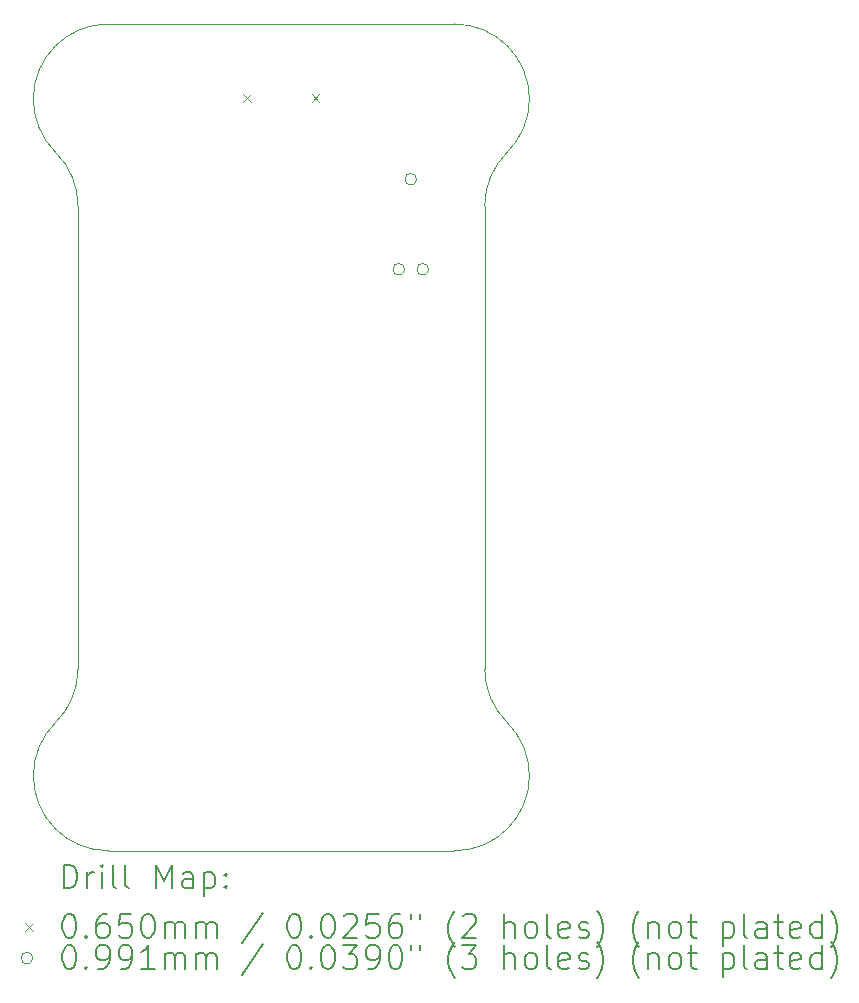
<source format=gbr>
%TF.GenerationSoftware,KiCad,Pcbnew,7.0.10*%
%TF.CreationDate,2024-01-15T20:08:33+01:00*%
%TF.ProjectId,tiny-scarab,74696e79-2d73-4636-9172-61622e6b6963,0.1*%
%TF.SameCoordinates,Original*%
%TF.FileFunction,Drillmap*%
%TF.FilePolarity,Positive*%
%FSLAX45Y45*%
G04 Gerber Fmt 4.5, Leading zero omitted, Abs format (unit mm)*
G04 Created by KiCad (PCBNEW 7.0.10) date 2024-01-15 20:08:33*
%MOMM*%
%LPD*%
G01*
G04 APERTURE LIST*
%ADD10C,0.100000*%
%ADD11C,0.200000*%
G04 APERTURE END LIST*
D10*
X7803366Y-7810128D02*
X7803366Y-3888872D01*
X11625000Y-2984500D02*
G75*
G03*
X10990000Y-2349500I-635000J0D01*
G01*
X7425000Y-2984500D02*
G75*
G03*
X7614183Y-3436686I635000J0D01*
G01*
X11625000Y-8714500D02*
G75*
G03*
X11435817Y-8262314I-635000J0D01*
G01*
X11246634Y-7810128D02*
G75*
G03*
X11435817Y-8262314I634996J-2D01*
G01*
X11246634Y-3888872D02*
X11246634Y-7810128D01*
X11435817Y-3436686D02*
G75*
G03*
X11246634Y-3888872I445813J-452184D01*
G01*
X8060000Y-2349500D02*
G75*
G03*
X7425000Y-2984500I0J-635000D01*
G01*
X7614183Y-8262314D02*
G75*
G03*
X7803366Y-7810128I-445813J452184D01*
G01*
X7803366Y-3888872D02*
G75*
G03*
X7614183Y-3436686I-634996J2D01*
G01*
X10990000Y-9349500D02*
G75*
G03*
X11625000Y-8714500I0J635000D01*
G01*
X11435817Y-3436686D02*
G75*
G03*
X11625000Y-2984500I-445817J452186D01*
G01*
X7614183Y-8262314D02*
G75*
G03*
X7425000Y-8714500I445817J-452186D01*
G01*
X8060000Y-2349500D02*
X10990000Y-2349500D01*
X7425000Y-8714500D02*
G75*
G03*
X8060000Y-9349500I635000J0D01*
G01*
X10990000Y-9349500D02*
X8060000Y-9349500D01*
D11*
D10*
X9203500Y-2945800D02*
X9268500Y-3010800D01*
X9268500Y-2945800D02*
X9203500Y-3010800D01*
X9781500Y-2945800D02*
X9846500Y-3010800D01*
X9846500Y-2945800D02*
X9781500Y-3010800D01*
X10568305Y-4425950D02*
G75*
G03*
X10469245Y-4425950I-49530J0D01*
G01*
X10469245Y-4425950D02*
G75*
G03*
X10568305Y-4425950I49530J0D01*
G01*
X10669905Y-3663950D02*
G75*
G03*
X10570845Y-3663950I-49530J0D01*
G01*
X10570845Y-3663950D02*
G75*
G03*
X10669905Y-3663950I49530J0D01*
G01*
X10771505Y-4425950D02*
G75*
G03*
X10672445Y-4425950I-49530J0D01*
G01*
X10672445Y-4425950D02*
G75*
G03*
X10771505Y-4425950I49530J0D01*
G01*
D11*
X7680777Y-9665984D02*
X7680777Y-9465984D01*
X7680777Y-9465984D02*
X7728396Y-9465984D01*
X7728396Y-9465984D02*
X7756967Y-9475508D01*
X7756967Y-9475508D02*
X7776015Y-9494555D01*
X7776015Y-9494555D02*
X7785539Y-9513603D01*
X7785539Y-9513603D02*
X7795062Y-9551698D01*
X7795062Y-9551698D02*
X7795062Y-9580270D01*
X7795062Y-9580270D02*
X7785539Y-9618365D01*
X7785539Y-9618365D02*
X7776015Y-9637412D01*
X7776015Y-9637412D02*
X7756967Y-9656460D01*
X7756967Y-9656460D02*
X7728396Y-9665984D01*
X7728396Y-9665984D02*
X7680777Y-9665984D01*
X7880777Y-9665984D02*
X7880777Y-9532650D01*
X7880777Y-9570746D02*
X7890301Y-9551698D01*
X7890301Y-9551698D02*
X7899824Y-9542174D01*
X7899824Y-9542174D02*
X7918872Y-9532650D01*
X7918872Y-9532650D02*
X7937920Y-9532650D01*
X8004586Y-9665984D02*
X8004586Y-9532650D01*
X8004586Y-9465984D02*
X7995062Y-9475508D01*
X7995062Y-9475508D02*
X8004586Y-9485031D01*
X8004586Y-9485031D02*
X8014110Y-9475508D01*
X8014110Y-9475508D02*
X8004586Y-9465984D01*
X8004586Y-9465984D02*
X8004586Y-9485031D01*
X8128396Y-9665984D02*
X8109348Y-9656460D01*
X8109348Y-9656460D02*
X8099824Y-9637412D01*
X8099824Y-9637412D02*
X8099824Y-9465984D01*
X8233158Y-9665984D02*
X8214110Y-9656460D01*
X8214110Y-9656460D02*
X8204586Y-9637412D01*
X8204586Y-9637412D02*
X8204586Y-9465984D01*
X8461729Y-9665984D02*
X8461729Y-9465984D01*
X8461729Y-9465984D02*
X8528396Y-9608841D01*
X8528396Y-9608841D02*
X8595063Y-9465984D01*
X8595063Y-9465984D02*
X8595063Y-9665984D01*
X8776015Y-9665984D02*
X8776015Y-9561222D01*
X8776015Y-9561222D02*
X8766491Y-9542174D01*
X8766491Y-9542174D02*
X8747444Y-9532650D01*
X8747444Y-9532650D02*
X8709348Y-9532650D01*
X8709348Y-9532650D02*
X8690301Y-9542174D01*
X8776015Y-9656460D02*
X8756967Y-9665984D01*
X8756967Y-9665984D02*
X8709348Y-9665984D01*
X8709348Y-9665984D02*
X8690301Y-9656460D01*
X8690301Y-9656460D02*
X8680777Y-9637412D01*
X8680777Y-9637412D02*
X8680777Y-9618365D01*
X8680777Y-9618365D02*
X8690301Y-9599317D01*
X8690301Y-9599317D02*
X8709348Y-9589793D01*
X8709348Y-9589793D02*
X8756967Y-9589793D01*
X8756967Y-9589793D02*
X8776015Y-9580270D01*
X8871253Y-9532650D02*
X8871253Y-9732650D01*
X8871253Y-9542174D02*
X8890301Y-9532650D01*
X8890301Y-9532650D02*
X8928396Y-9532650D01*
X8928396Y-9532650D02*
X8947444Y-9542174D01*
X8947444Y-9542174D02*
X8956967Y-9551698D01*
X8956967Y-9551698D02*
X8966491Y-9570746D01*
X8966491Y-9570746D02*
X8966491Y-9627889D01*
X8966491Y-9627889D02*
X8956967Y-9646936D01*
X8956967Y-9646936D02*
X8947444Y-9656460D01*
X8947444Y-9656460D02*
X8928396Y-9665984D01*
X8928396Y-9665984D02*
X8890301Y-9665984D01*
X8890301Y-9665984D02*
X8871253Y-9656460D01*
X9052205Y-9646936D02*
X9061729Y-9656460D01*
X9061729Y-9656460D02*
X9052205Y-9665984D01*
X9052205Y-9665984D02*
X9042682Y-9656460D01*
X9042682Y-9656460D02*
X9052205Y-9646936D01*
X9052205Y-9646936D02*
X9052205Y-9665984D01*
X9052205Y-9542174D02*
X9061729Y-9551698D01*
X9061729Y-9551698D02*
X9052205Y-9561222D01*
X9052205Y-9561222D02*
X9042682Y-9551698D01*
X9042682Y-9551698D02*
X9052205Y-9542174D01*
X9052205Y-9542174D02*
X9052205Y-9561222D01*
D10*
X7355000Y-9962000D02*
X7420000Y-10027000D01*
X7420000Y-9962000D02*
X7355000Y-10027000D01*
D11*
X7718872Y-9885984D02*
X7737920Y-9885984D01*
X7737920Y-9885984D02*
X7756967Y-9895508D01*
X7756967Y-9895508D02*
X7766491Y-9905031D01*
X7766491Y-9905031D02*
X7776015Y-9924079D01*
X7776015Y-9924079D02*
X7785539Y-9962174D01*
X7785539Y-9962174D02*
X7785539Y-10009793D01*
X7785539Y-10009793D02*
X7776015Y-10047889D01*
X7776015Y-10047889D02*
X7766491Y-10066936D01*
X7766491Y-10066936D02*
X7756967Y-10076460D01*
X7756967Y-10076460D02*
X7737920Y-10085984D01*
X7737920Y-10085984D02*
X7718872Y-10085984D01*
X7718872Y-10085984D02*
X7699824Y-10076460D01*
X7699824Y-10076460D02*
X7690301Y-10066936D01*
X7690301Y-10066936D02*
X7680777Y-10047889D01*
X7680777Y-10047889D02*
X7671253Y-10009793D01*
X7671253Y-10009793D02*
X7671253Y-9962174D01*
X7671253Y-9962174D02*
X7680777Y-9924079D01*
X7680777Y-9924079D02*
X7690301Y-9905031D01*
X7690301Y-9905031D02*
X7699824Y-9895508D01*
X7699824Y-9895508D02*
X7718872Y-9885984D01*
X7871253Y-10066936D02*
X7880777Y-10076460D01*
X7880777Y-10076460D02*
X7871253Y-10085984D01*
X7871253Y-10085984D02*
X7861729Y-10076460D01*
X7861729Y-10076460D02*
X7871253Y-10066936D01*
X7871253Y-10066936D02*
X7871253Y-10085984D01*
X8052205Y-9885984D02*
X8014110Y-9885984D01*
X8014110Y-9885984D02*
X7995062Y-9895508D01*
X7995062Y-9895508D02*
X7985539Y-9905031D01*
X7985539Y-9905031D02*
X7966491Y-9933603D01*
X7966491Y-9933603D02*
X7956967Y-9971698D01*
X7956967Y-9971698D02*
X7956967Y-10047889D01*
X7956967Y-10047889D02*
X7966491Y-10066936D01*
X7966491Y-10066936D02*
X7976015Y-10076460D01*
X7976015Y-10076460D02*
X7995062Y-10085984D01*
X7995062Y-10085984D02*
X8033158Y-10085984D01*
X8033158Y-10085984D02*
X8052205Y-10076460D01*
X8052205Y-10076460D02*
X8061729Y-10066936D01*
X8061729Y-10066936D02*
X8071253Y-10047889D01*
X8071253Y-10047889D02*
X8071253Y-10000270D01*
X8071253Y-10000270D02*
X8061729Y-9981222D01*
X8061729Y-9981222D02*
X8052205Y-9971698D01*
X8052205Y-9971698D02*
X8033158Y-9962174D01*
X8033158Y-9962174D02*
X7995062Y-9962174D01*
X7995062Y-9962174D02*
X7976015Y-9971698D01*
X7976015Y-9971698D02*
X7966491Y-9981222D01*
X7966491Y-9981222D02*
X7956967Y-10000270D01*
X8252205Y-9885984D02*
X8156967Y-9885984D01*
X8156967Y-9885984D02*
X8147443Y-9981222D01*
X8147443Y-9981222D02*
X8156967Y-9971698D01*
X8156967Y-9971698D02*
X8176015Y-9962174D01*
X8176015Y-9962174D02*
X8223634Y-9962174D01*
X8223634Y-9962174D02*
X8242682Y-9971698D01*
X8242682Y-9971698D02*
X8252205Y-9981222D01*
X8252205Y-9981222D02*
X8261729Y-10000270D01*
X8261729Y-10000270D02*
X8261729Y-10047889D01*
X8261729Y-10047889D02*
X8252205Y-10066936D01*
X8252205Y-10066936D02*
X8242682Y-10076460D01*
X8242682Y-10076460D02*
X8223634Y-10085984D01*
X8223634Y-10085984D02*
X8176015Y-10085984D01*
X8176015Y-10085984D02*
X8156967Y-10076460D01*
X8156967Y-10076460D02*
X8147443Y-10066936D01*
X8385539Y-9885984D02*
X8404586Y-9885984D01*
X8404586Y-9885984D02*
X8423634Y-9895508D01*
X8423634Y-9895508D02*
X8433158Y-9905031D01*
X8433158Y-9905031D02*
X8442682Y-9924079D01*
X8442682Y-9924079D02*
X8452205Y-9962174D01*
X8452205Y-9962174D02*
X8452205Y-10009793D01*
X8452205Y-10009793D02*
X8442682Y-10047889D01*
X8442682Y-10047889D02*
X8433158Y-10066936D01*
X8433158Y-10066936D02*
X8423634Y-10076460D01*
X8423634Y-10076460D02*
X8404586Y-10085984D01*
X8404586Y-10085984D02*
X8385539Y-10085984D01*
X8385539Y-10085984D02*
X8366491Y-10076460D01*
X8366491Y-10076460D02*
X8356967Y-10066936D01*
X8356967Y-10066936D02*
X8347443Y-10047889D01*
X8347443Y-10047889D02*
X8337920Y-10009793D01*
X8337920Y-10009793D02*
X8337920Y-9962174D01*
X8337920Y-9962174D02*
X8347443Y-9924079D01*
X8347443Y-9924079D02*
X8356967Y-9905031D01*
X8356967Y-9905031D02*
X8366491Y-9895508D01*
X8366491Y-9895508D02*
X8385539Y-9885984D01*
X8537920Y-10085984D02*
X8537920Y-9952650D01*
X8537920Y-9971698D02*
X8547444Y-9962174D01*
X8547444Y-9962174D02*
X8566491Y-9952650D01*
X8566491Y-9952650D02*
X8595063Y-9952650D01*
X8595063Y-9952650D02*
X8614110Y-9962174D01*
X8614110Y-9962174D02*
X8623634Y-9981222D01*
X8623634Y-9981222D02*
X8623634Y-10085984D01*
X8623634Y-9981222D02*
X8633158Y-9962174D01*
X8633158Y-9962174D02*
X8652205Y-9952650D01*
X8652205Y-9952650D02*
X8680777Y-9952650D01*
X8680777Y-9952650D02*
X8699825Y-9962174D01*
X8699825Y-9962174D02*
X8709348Y-9981222D01*
X8709348Y-9981222D02*
X8709348Y-10085984D01*
X8804586Y-10085984D02*
X8804586Y-9952650D01*
X8804586Y-9971698D02*
X8814110Y-9962174D01*
X8814110Y-9962174D02*
X8833158Y-9952650D01*
X8833158Y-9952650D02*
X8861729Y-9952650D01*
X8861729Y-9952650D02*
X8880777Y-9962174D01*
X8880777Y-9962174D02*
X8890301Y-9981222D01*
X8890301Y-9981222D02*
X8890301Y-10085984D01*
X8890301Y-9981222D02*
X8899825Y-9962174D01*
X8899825Y-9962174D02*
X8918872Y-9952650D01*
X8918872Y-9952650D02*
X8947444Y-9952650D01*
X8947444Y-9952650D02*
X8966491Y-9962174D01*
X8966491Y-9962174D02*
X8976015Y-9981222D01*
X8976015Y-9981222D02*
X8976015Y-10085984D01*
X9366491Y-9876460D02*
X9195063Y-10133603D01*
X9623634Y-9885984D02*
X9642682Y-9885984D01*
X9642682Y-9885984D02*
X9661729Y-9895508D01*
X9661729Y-9895508D02*
X9671253Y-9905031D01*
X9671253Y-9905031D02*
X9680777Y-9924079D01*
X9680777Y-9924079D02*
X9690301Y-9962174D01*
X9690301Y-9962174D02*
X9690301Y-10009793D01*
X9690301Y-10009793D02*
X9680777Y-10047889D01*
X9680777Y-10047889D02*
X9671253Y-10066936D01*
X9671253Y-10066936D02*
X9661729Y-10076460D01*
X9661729Y-10076460D02*
X9642682Y-10085984D01*
X9642682Y-10085984D02*
X9623634Y-10085984D01*
X9623634Y-10085984D02*
X9604587Y-10076460D01*
X9604587Y-10076460D02*
X9595063Y-10066936D01*
X9595063Y-10066936D02*
X9585539Y-10047889D01*
X9585539Y-10047889D02*
X9576015Y-10009793D01*
X9576015Y-10009793D02*
X9576015Y-9962174D01*
X9576015Y-9962174D02*
X9585539Y-9924079D01*
X9585539Y-9924079D02*
X9595063Y-9905031D01*
X9595063Y-9905031D02*
X9604587Y-9895508D01*
X9604587Y-9895508D02*
X9623634Y-9885984D01*
X9776015Y-10066936D02*
X9785539Y-10076460D01*
X9785539Y-10076460D02*
X9776015Y-10085984D01*
X9776015Y-10085984D02*
X9766491Y-10076460D01*
X9766491Y-10076460D02*
X9776015Y-10066936D01*
X9776015Y-10066936D02*
X9776015Y-10085984D01*
X9909348Y-9885984D02*
X9928396Y-9885984D01*
X9928396Y-9885984D02*
X9947444Y-9895508D01*
X9947444Y-9895508D02*
X9956968Y-9905031D01*
X9956968Y-9905031D02*
X9966491Y-9924079D01*
X9966491Y-9924079D02*
X9976015Y-9962174D01*
X9976015Y-9962174D02*
X9976015Y-10009793D01*
X9976015Y-10009793D02*
X9966491Y-10047889D01*
X9966491Y-10047889D02*
X9956968Y-10066936D01*
X9956968Y-10066936D02*
X9947444Y-10076460D01*
X9947444Y-10076460D02*
X9928396Y-10085984D01*
X9928396Y-10085984D02*
X9909348Y-10085984D01*
X9909348Y-10085984D02*
X9890301Y-10076460D01*
X9890301Y-10076460D02*
X9880777Y-10066936D01*
X9880777Y-10066936D02*
X9871253Y-10047889D01*
X9871253Y-10047889D02*
X9861729Y-10009793D01*
X9861729Y-10009793D02*
X9861729Y-9962174D01*
X9861729Y-9962174D02*
X9871253Y-9924079D01*
X9871253Y-9924079D02*
X9880777Y-9905031D01*
X9880777Y-9905031D02*
X9890301Y-9895508D01*
X9890301Y-9895508D02*
X9909348Y-9885984D01*
X10052206Y-9905031D02*
X10061729Y-9895508D01*
X10061729Y-9895508D02*
X10080777Y-9885984D01*
X10080777Y-9885984D02*
X10128396Y-9885984D01*
X10128396Y-9885984D02*
X10147444Y-9895508D01*
X10147444Y-9895508D02*
X10156968Y-9905031D01*
X10156968Y-9905031D02*
X10166491Y-9924079D01*
X10166491Y-9924079D02*
X10166491Y-9943127D01*
X10166491Y-9943127D02*
X10156968Y-9971698D01*
X10156968Y-9971698D02*
X10042682Y-10085984D01*
X10042682Y-10085984D02*
X10166491Y-10085984D01*
X10347444Y-9885984D02*
X10252206Y-9885984D01*
X10252206Y-9885984D02*
X10242682Y-9981222D01*
X10242682Y-9981222D02*
X10252206Y-9971698D01*
X10252206Y-9971698D02*
X10271253Y-9962174D01*
X10271253Y-9962174D02*
X10318872Y-9962174D01*
X10318872Y-9962174D02*
X10337920Y-9971698D01*
X10337920Y-9971698D02*
X10347444Y-9981222D01*
X10347444Y-9981222D02*
X10356968Y-10000270D01*
X10356968Y-10000270D02*
X10356968Y-10047889D01*
X10356968Y-10047889D02*
X10347444Y-10066936D01*
X10347444Y-10066936D02*
X10337920Y-10076460D01*
X10337920Y-10076460D02*
X10318872Y-10085984D01*
X10318872Y-10085984D02*
X10271253Y-10085984D01*
X10271253Y-10085984D02*
X10252206Y-10076460D01*
X10252206Y-10076460D02*
X10242682Y-10066936D01*
X10528396Y-9885984D02*
X10490301Y-9885984D01*
X10490301Y-9885984D02*
X10471253Y-9895508D01*
X10471253Y-9895508D02*
X10461729Y-9905031D01*
X10461729Y-9905031D02*
X10442682Y-9933603D01*
X10442682Y-9933603D02*
X10433158Y-9971698D01*
X10433158Y-9971698D02*
X10433158Y-10047889D01*
X10433158Y-10047889D02*
X10442682Y-10066936D01*
X10442682Y-10066936D02*
X10452206Y-10076460D01*
X10452206Y-10076460D02*
X10471253Y-10085984D01*
X10471253Y-10085984D02*
X10509349Y-10085984D01*
X10509349Y-10085984D02*
X10528396Y-10076460D01*
X10528396Y-10076460D02*
X10537920Y-10066936D01*
X10537920Y-10066936D02*
X10547444Y-10047889D01*
X10547444Y-10047889D02*
X10547444Y-10000270D01*
X10547444Y-10000270D02*
X10537920Y-9981222D01*
X10537920Y-9981222D02*
X10528396Y-9971698D01*
X10528396Y-9971698D02*
X10509349Y-9962174D01*
X10509349Y-9962174D02*
X10471253Y-9962174D01*
X10471253Y-9962174D02*
X10452206Y-9971698D01*
X10452206Y-9971698D02*
X10442682Y-9981222D01*
X10442682Y-9981222D02*
X10433158Y-10000270D01*
X10623634Y-9885984D02*
X10623634Y-9924079D01*
X10699825Y-9885984D02*
X10699825Y-9924079D01*
X10995063Y-10162174D02*
X10985539Y-10152650D01*
X10985539Y-10152650D02*
X10966491Y-10124079D01*
X10966491Y-10124079D02*
X10956968Y-10105031D01*
X10956968Y-10105031D02*
X10947444Y-10076460D01*
X10947444Y-10076460D02*
X10937920Y-10028841D01*
X10937920Y-10028841D02*
X10937920Y-9990746D01*
X10937920Y-9990746D02*
X10947444Y-9943127D01*
X10947444Y-9943127D02*
X10956968Y-9914555D01*
X10956968Y-9914555D02*
X10966491Y-9895508D01*
X10966491Y-9895508D02*
X10985539Y-9866936D01*
X10985539Y-9866936D02*
X10995063Y-9857412D01*
X11061730Y-9905031D02*
X11071253Y-9895508D01*
X11071253Y-9895508D02*
X11090301Y-9885984D01*
X11090301Y-9885984D02*
X11137920Y-9885984D01*
X11137920Y-9885984D02*
X11156968Y-9895508D01*
X11156968Y-9895508D02*
X11166491Y-9905031D01*
X11166491Y-9905031D02*
X11176015Y-9924079D01*
X11176015Y-9924079D02*
X11176015Y-9943127D01*
X11176015Y-9943127D02*
X11166491Y-9971698D01*
X11166491Y-9971698D02*
X11052206Y-10085984D01*
X11052206Y-10085984D02*
X11176015Y-10085984D01*
X11414110Y-10085984D02*
X11414110Y-9885984D01*
X11499825Y-10085984D02*
X11499825Y-9981222D01*
X11499825Y-9981222D02*
X11490301Y-9962174D01*
X11490301Y-9962174D02*
X11471253Y-9952650D01*
X11471253Y-9952650D02*
X11442682Y-9952650D01*
X11442682Y-9952650D02*
X11423634Y-9962174D01*
X11423634Y-9962174D02*
X11414110Y-9971698D01*
X11623634Y-10085984D02*
X11604587Y-10076460D01*
X11604587Y-10076460D02*
X11595063Y-10066936D01*
X11595063Y-10066936D02*
X11585539Y-10047889D01*
X11585539Y-10047889D02*
X11585539Y-9990746D01*
X11585539Y-9990746D02*
X11595063Y-9971698D01*
X11595063Y-9971698D02*
X11604587Y-9962174D01*
X11604587Y-9962174D02*
X11623634Y-9952650D01*
X11623634Y-9952650D02*
X11652206Y-9952650D01*
X11652206Y-9952650D02*
X11671253Y-9962174D01*
X11671253Y-9962174D02*
X11680777Y-9971698D01*
X11680777Y-9971698D02*
X11690301Y-9990746D01*
X11690301Y-9990746D02*
X11690301Y-10047889D01*
X11690301Y-10047889D02*
X11680777Y-10066936D01*
X11680777Y-10066936D02*
X11671253Y-10076460D01*
X11671253Y-10076460D02*
X11652206Y-10085984D01*
X11652206Y-10085984D02*
X11623634Y-10085984D01*
X11804587Y-10085984D02*
X11785539Y-10076460D01*
X11785539Y-10076460D02*
X11776015Y-10057412D01*
X11776015Y-10057412D02*
X11776015Y-9885984D01*
X11956968Y-10076460D02*
X11937920Y-10085984D01*
X11937920Y-10085984D02*
X11899825Y-10085984D01*
X11899825Y-10085984D02*
X11880777Y-10076460D01*
X11880777Y-10076460D02*
X11871253Y-10057412D01*
X11871253Y-10057412D02*
X11871253Y-9981222D01*
X11871253Y-9981222D02*
X11880777Y-9962174D01*
X11880777Y-9962174D02*
X11899825Y-9952650D01*
X11899825Y-9952650D02*
X11937920Y-9952650D01*
X11937920Y-9952650D02*
X11956968Y-9962174D01*
X11956968Y-9962174D02*
X11966491Y-9981222D01*
X11966491Y-9981222D02*
X11966491Y-10000270D01*
X11966491Y-10000270D02*
X11871253Y-10019317D01*
X12042682Y-10076460D02*
X12061730Y-10085984D01*
X12061730Y-10085984D02*
X12099825Y-10085984D01*
X12099825Y-10085984D02*
X12118872Y-10076460D01*
X12118872Y-10076460D02*
X12128396Y-10057412D01*
X12128396Y-10057412D02*
X12128396Y-10047889D01*
X12128396Y-10047889D02*
X12118872Y-10028841D01*
X12118872Y-10028841D02*
X12099825Y-10019317D01*
X12099825Y-10019317D02*
X12071253Y-10019317D01*
X12071253Y-10019317D02*
X12052206Y-10009793D01*
X12052206Y-10009793D02*
X12042682Y-9990746D01*
X12042682Y-9990746D02*
X12042682Y-9981222D01*
X12042682Y-9981222D02*
X12052206Y-9962174D01*
X12052206Y-9962174D02*
X12071253Y-9952650D01*
X12071253Y-9952650D02*
X12099825Y-9952650D01*
X12099825Y-9952650D02*
X12118872Y-9962174D01*
X12195063Y-10162174D02*
X12204587Y-10152650D01*
X12204587Y-10152650D02*
X12223634Y-10124079D01*
X12223634Y-10124079D02*
X12233158Y-10105031D01*
X12233158Y-10105031D02*
X12242682Y-10076460D01*
X12242682Y-10076460D02*
X12252206Y-10028841D01*
X12252206Y-10028841D02*
X12252206Y-9990746D01*
X12252206Y-9990746D02*
X12242682Y-9943127D01*
X12242682Y-9943127D02*
X12233158Y-9914555D01*
X12233158Y-9914555D02*
X12223634Y-9895508D01*
X12223634Y-9895508D02*
X12204587Y-9866936D01*
X12204587Y-9866936D02*
X12195063Y-9857412D01*
X12556968Y-10162174D02*
X12547444Y-10152650D01*
X12547444Y-10152650D02*
X12528396Y-10124079D01*
X12528396Y-10124079D02*
X12518872Y-10105031D01*
X12518872Y-10105031D02*
X12509349Y-10076460D01*
X12509349Y-10076460D02*
X12499825Y-10028841D01*
X12499825Y-10028841D02*
X12499825Y-9990746D01*
X12499825Y-9990746D02*
X12509349Y-9943127D01*
X12509349Y-9943127D02*
X12518872Y-9914555D01*
X12518872Y-9914555D02*
X12528396Y-9895508D01*
X12528396Y-9895508D02*
X12547444Y-9866936D01*
X12547444Y-9866936D02*
X12556968Y-9857412D01*
X12633158Y-9952650D02*
X12633158Y-10085984D01*
X12633158Y-9971698D02*
X12642682Y-9962174D01*
X12642682Y-9962174D02*
X12661730Y-9952650D01*
X12661730Y-9952650D02*
X12690301Y-9952650D01*
X12690301Y-9952650D02*
X12709349Y-9962174D01*
X12709349Y-9962174D02*
X12718872Y-9981222D01*
X12718872Y-9981222D02*
X12718872Y-10085984D01*
X12842682Y-10085984D02*
X12823634Y-10076460D01*
X12823634Y-10076460D02*
X12814111Y-10066936D01*
X12814111Y-10066936D02*
X12804587Y-10047889D01*
X12804587Y-10047889D02*
X12804587Y-9990746D01*
X12804587Y-9990746D02*
X12814111Y-9971698D01*
X12814111Y-9971698D02*
X12823634Y-9962174D01*
X12823634Y-9962174D02*
X12842682Y-9952650D01*
X12842682Y-9952650D02*
X12871253Y-9952650D01*
X12871253Y-9952650D02*
X12890301Y-9962174D01*
X12890301Y-9962174D02*
X12899825Y-9971698D01*
X12899825Y-9971698D02*
X12909349Y-9990746D01*
X12909349Y-9990746D02*
X12909349Y-10047889D01*
X12909349Y-10047889D02*
X12899825Y-10066936D01*
X12899825Y-10066936D02*
X12890301Y-10076460D01*
X12890301Y-10076460D02*
X12871253Y-10085984D01*
X12871253Y-10085984D02*
X12842682Y-10085984D01*
X12966492Y-9952650D02*
X13042682Y-9952650D01*
X12995063Y-9885984D02*
X12995063Y-10057412D01*
X12995063Y-10057412D02*
X13004587Y-10076460D01*
X13004587Y-10076460D02*
X13023634Y-10085984D01*
X13023634Y-10085984D02*
X13042682Y-10085984D01*
X13261730Y-9952650D02*
X13261730Y-10152650D01*
X13261730Y-9962174D02*
X13280777Y-9952650D01*
X13280777Y-9952650D02*
X13318873Y-9952650D01*
X13318873Y-9952650D02*
X13337920Y-9962174D01*
X13337920Y-9962174D02*
X13347444Y-9971698D01*
X13347444Y-9971698D02*
X13356968Y-9990746D01*
X13356968Y-9990746D02*
X13356968Y-10047889D01*
X13356968Y-10047889D02*
X13347444Y-10066936D01*
X13347444Y-10066936D02*
X13337920Y-10076460D01*
X13337920Y-10076460D02*
X13318873Y-10085984D01*
X13318873Y-10085984D02*
X13280777Y-10085984D01*
X13280777Y-10085984D02*
X13261730Y-10076460D01*
X13471253Y-10085984D02*
X13452206Y-10076460D01*
X13452206Y-10076460D02*
X13442682Y-10057412D01*
X13442682Y-10057412D02*
X13442682Y-9885984D01*
X13633158Y-10085984D02*
X13633158Y-9981222D01*
X13633158Y-9981222D02*
X13623634Y-9962174D01*
X13623634Y-9962174D02*
X13604587Y-9952650D01*
X13604587Y-9952650D02*
X13566492Y-9952650D01*
X13566492Y-9952650D02*
X13547444Y-9962174D01*
X13633158Y-10076460D02*
X13614111Y-10085984D01*
X13614111Y-10085984D02*
X13566492Y-10085984D01*
X13566492Y-10085984D02*
X13547444Y-10076460D01*
X13547444Y-10076460D02*
X13537920Y-10057412D01*
X13537920Y-10057412D02*
X13537920Y-10038365D01*
X13537920Y-10038365D02*
X13547444Y-10019317D01*
X13547444Y-10019317D02*
X13566492Y-10009793D01*
X13566492Y-10009793D02*
X13614111Y-10009793D01*
X13614111Y-10009793D02*
X13633158Y-10000270D01*
X13699825Y-9952650D02*
X13776015Y-9952650D01*
X13728396Y-9885984D02*
X13728396Y-10057412D01*
X13728396Y-10057412D02*
X13737920Y-10076460D01*
X13737920Y-10076460D02*
X13756968Y-10085984D01*
X13756968Y-10085984D02*
X13776015Y-10085984D01*
X13918873Y-10076460D02*
X13899825Y-10085984D01*
X13899825Y-10085984D02*
X13861730Y-10085984D01*
X13861730Y-10085984D02*
X13842682Y-10076460D01*
X13842682Y-10076460D02*
X13833158Y-10057412D01*
X13833158Y-10057412D02*
X13833158Y-9981222D01*
X13833158Y-9981222D02*
X13842682Y-9962174D01*
X13842682Y-9962174D02*
X13861730Y-9952650D01*
X13861730Y-9952650D02*
X13899825Y-9952650D01*
X13899825Y-9952650D02*
X13918873Y-9962174D01*
X13918873Y-9962174D02*
X13928396Y-9981222D01*
X13928396Y-9981222D02*
X13928396Y-10000270D01*
X13928396Y-10000270D02*
X13833158Y-10019317D01*
X14099825Y-10085984D02*
X14099825Y-9885984D01*
X14099825Y-10076460D02*
X14080777Y-10085984D01*
X14080777Y-10085984D02*
X14042682Y-10085984D01*
X14042682Y-10085984D02*
X14023634Y-10076460D01*
X14023634Y-10076460D02*
X14014111Y-10066936D01*
X14014111Y-10066936D02*
X14004587Y-10047889D01*
X14004587Y-10047889D02*
X14004587Y-9990746D01*
X14004587Y-9990746D02*
X14014111Y-9971698D01*
X14014111Y-9971698D02*
X14023634Y-9962174D01*
X14023634Y-9962174D02*
X14042682Y-9952650D01*
X14042682Y-9952650D02*
X14080777Y-9952650D01*
X14080777Y-9952650D02*
X14099825Y-9962174D01*
X14176015Y-10162174D02*
X14185539Y-10152650D01*
X14185539Y-10152650D02*
X14204587Y-10124079D01*
X14204587Y-10124079D02*
X14214111Y-10105031D01*
X14214111Y-10105031D02*
X14223634Y-10076460D01*
X14223634Y-10076460D02*
X14233158Y-10028841D01*
X14233158Y-10028841D02*
X14233158Y-9990746D01*
X14233158Y-9990746D02*
X14223634Y-9943127D01*
X14223634Y-9943127D02*
X14214111Y-9914555D01*
X14214111Y-9914555D02*
X14204587Y-9895508D01*
X14204587Y-9895508D02*
X14185539Y-9866936D01*
X14185539Y-9866936D02*
X14176015Y-9857412D01*
D10*
X7420000Y-10258500D02*
G75*
G03*
X7320940Y-10258500I-49530J0D01*
G01*
X7320940Y-10258500D02*
G75*
G03*
X7420000Y-10258500I49530J0D01*
G01*
D11*
X7718872Y-10149984D02*
X7737920Y-10149984D01*
X7737920Y-10149984D02*
X7756967Y-10159508D01*
X7756967Y-10159508D02*
X7766491Y-10169031D01*
X7766491Y-10169031D02*
X7776015Y-10188079D01*
X7776015Y-10188079D02*
X7785539Y-10226174D01*
X7785539Y-10226174D02*
X7785539Y-10273793D01*
X7785539Y-10273793D02*
X7776015Y-10311889D01*
X7776015Y-10311889D02*
X7766491Y-10330936D01*
X7766491Y-10330936D02*
X7756967Y-10340460D01*
X7756967Y-10340460D02*
X7737920Y-10349984D01*
X7737920Y-10349984D02*
X7718872Y-10349984D01*
X7718872Y-10349984D02*
X7699824Y-10340460D01*
X7699824Y-10340460D02*
X7690301Y-10330936D01*
X7690301Y-10330936D02*
X7680777Y-10311889D01*
X7680777Y-10311889D02*
X7671253Y-10273793D01*
X7671253Y-10273793D02*
X7671253Y-10226174D01*
X7671253Y-10226174D02*
X7680777Y-10188079D01*
X7680777Y-10188079D02*
X7690301Y-10169031D01*
X7690301Y-10169031D02*
X7699824Y-10159508D01*
X7699824Y-10159508D02*
X7718872Y-10149984D01*
X7871253Y-10330936D02*
X7880777Y-10340460D01*
X7880777Y-10340460D02*
X7871253Y-10349984D01*
X7871253Y-10349984D02*
X7861729Y-10340460D01*
X7861729Y-10340460D02*
X7871253Y-10330936D01*
X7871253Y-10330936D02*
X7871253Y-10349984D01*
X7976015Y-10349984D02*
X8014110Y-10349984D01*
X8014110Y-10349984D02*
X8033158Y-10340460D01*
X8033158Y-10340460D02*
X8042682Y-10330936D01*
X8042682Y-10330936D02*
X8061729Y-10302365D01*
X8061729Y-10302365D02*
X8071253Y-10264270D01*
X8071253Y-10264270D02*
X8071253Y-10188079D01*
X8071253Y-10188079D02*
X8061729Y-10169031D01*
X8061729Y-10169031D02*
X8052205Y-10159508D01*
X8052205Y-10159508D02*
X8033158Y-10149984D01*
X8033158Y-10149984D02*
X7995062Y-10149984D01*
X7995062Y-10149984D02*
X7976015Y-10159508D01*
X7976015Y-10159508D02*
X7966491Y-10169031D01*
X7966491Y-10169031D02*
X7956967Y-10188079D01*
X7956967Y-10188079D02*
X7956967Y-10235698D01*
X7956967Y-10235698D02*
X7966491Y-10254746D01*
X7966491Y-10254746D02*
X7976015Y-10264270D01*
X7976015Y-10264270D02*
X7995062Y-10273793D01*
X7995062Y-10273793D02*
X8033158Y-10273793D01*
X8033158Y-10273793D02*
X8052205Y-10264270D01*
X8052205Y-10264270D02*
X8061729Y-10254746D01*
X8061729Y-10254746D02*
X8071253Y-10235698D01*
X8166491Y-10349984D02*
X8204586Y-10349984D01*
X8204586Y-10349984D02*
X8223634Y-10340460D01*
X8223634Y-10340460D02*
X8233158Y-10330936D01*
X8233158Y-10330936D02*
X8252205Y-10302365D01*
X8252205Y-10302365D02*
X8261729Y-10264270D01*
X8261729Y-10264270D02*
X8261729Y-10188079D01*
X8261729Y-10188079D02*
X8252205Y-10169031D01*
X8252205Y-10169031D02*
X8242682Y-10159508D01*
X8242682Y-10159508D02*
X8223634Y-10149984D01*
X8223634Y-10149984D02*
X8185539Y-10149984D01*
X8185539Y-10149984D02*
X8166491Y-10159508D01*
X8166491Y-10159508D02*
X8156967Y-10169031D01*
X8156967Y-10169031D02*
X8147443Y-10188079D01*
X8147443Y-10188079D02*
X8147443Y-10235698D01*
X8147443Y-10235698D02*
X8156967Y-10254746D01*
X8156967Y-10254746D02*
X8166491Y-10264270D01*
X8166491Y-10264270D02*
X8185539Y-10273793D01*
X8185539Y-10273793D02*
X8223634Y-10273793D01*
X8223634Y-10273793D02*
X8242682Y-10264270D01*
X8242682Y-10264270D02*
X8252205Y-10254746D01*
X8252205Y-10254746D02*
X8261729Y-10235698D01*
X8452205Y-10349984D02*
X8337920Y-10349984D01*
X8395063Y-10349984D02*
X8395063Y-10149984D01*
X8395063Y-10149984D02*
X8376015Y-10178555D01*
X8376015Y-10178555D02*
X8356967Y-10197603D01*
X8356967Y-10197603D02*
X8337920Y-10207127D01*
X8537920Y-10349984D02*
X8537920Y-10216650D01*
X8537920Y-10235698D02*
X8547444Y-10226174D01*
X8547444Y-10226174D02*
X8566491Y-10216650D01*
X8566491Y-10216650D02*
X8595063Y-10216650D01*
X8595063Y-10216650D02*
X8614110Y-10226174D01*
X8614110Y-10226174D02*
X8623634Y-10245222D01*
X8623634Y-10245222D02*
X8623634Y-10349984D01*
X8623634Y-10245222D02*
X8633158Y-10226174D01*
X8633158Y-10226174D02*
X8652205Y-10216650D01*
X8652205Y-10216650D02*
X8680777Y-10216650D01*
X8680777Y-10216650D02*
X8699825Y-10226174D01*
X8699825Y-10226174D02*
X8709348Y-10245222D01*
X8709348Y-10245222D02*
X8709348Y-10349984D01*
X8804586Y-10349984D02*
X8804586Y-10216650D01*
X8804586Y-10235698D02*
X8814110Y-10226174D01*
X8814110Y-10226174D02*
X8833158Y-10216650D01*
X8833158Y-10216650D02*
X8861729Y-10216650D01*
X8861729Y-10216650D02*
X8880777Y-10226174D01*
X8880777Y-10226174D02*
X8890301Y-10245222D01*
X8890301Y-10245222D02*
X8890301Y-10349984D01*
X8890301Y-10245222D02*
X8899825Y-10226174D01*
X8899825Y-10226174D02*
X8918872Y-10216650D01*
X8918872Y-10216650D02*
X8947444Y-10216650D01*
X8947444Y-10216650D02*
X8966491Y-10226174D01*
X8966491Y-10226174D02*
X8976015Y-10245222D01*
X8976015Y-10245222D02*
X8976015Y-10349984D01*
X9366491Y-10140460D02*
X9195063Y-10397603D01*
X9623634Y-10149984D02*
X9642682Y-10149984D01*
X9642682Y-10149984D02*
X9661729Y-10159508D01*
X9661729Y-10159508D02*
X9671253Y-10169031D01*
X9671253Y-10169031D02*
X9680777Y-10188079D01*
X9680777Y-10188079D02*
X9690301Y-10226174D01*
X9690301Y-10226174D02*
X9690301Y-10273793D01*
X9690301Y-10273793D02*
X9680777Y-10311889D01*
X9680777Y-10311889D02*
X9671253Y-10330936D01*
X9671253Y-10330936D02*
X9661729Y-10340460D01*
X9661729Y-10340460D02*
X9642682Y-10349984D01*
X9642682Y-10349984D02*
X9623634Y-10349984D01*
X9623634Y-10349984D02*
X9604587Y-10340460D01*
X9604587Y-10340460D02*
X9595063Y-10330936D01*
X9595063Y-10330936D02*
X9585539Y-10311889D01*
X9585539Y-10311889D02*
X9576015Y-10273793D01*
X9576015Y-10273793D02*
X9576015Y-10226174D01*
X9576015Y-10226174D02*
X9585539Y-10188079D01*
X9585539Y-10188079D02*
X9595063Y-10169031D01*
X9595063Y-10169031D02*
X9604587Y-10159508D01*
X9604587Y-10159508D02*
X9623634Y-10149984D01*
X9776015Y-10330936D02*
X9785539Y-10340460D01*
X9785539Y-10340460D02*
X9776015Y-10349984D01*
X9776015Y-10349984D02*
X9766491Y-10340460D01*
X9766491Y-10340460D02*
X9776015Y-10330936D01*
X9776015Y-10330936D02*
X9776015Y-10349984D01*
X9909348Y-10149984D02*
X9928396Y-10149984D01*
X9928396Y-10149984D02*
X9947444Y-10159508D01*
X9947444Y-10159508D02*
X9956968Y-10169031D01*
X9956968Y-10169031D02*
X9966491Y-10188079D01*
X9966491Y-10188079D02*
X9976015Y-10226174D01*
X9976015Y-10226174D02*
X9976015Y-10273793D01*
X9976015Y-10273793D02*
X9966491Y-10311889D01*
X9966491Y-10311889D02*
X9956968Y-10330936D01*
X9956968Y-10330936D02*
X9947444Y-10340460D01*
X9947444Y-10340460D02*
X9928396Y-10349984D01*
X9928396Y-10349984D02*
X9909348Y-10349984D01*
X9909348Y-10349984D02*
X9890301Y-10340460D01*
X9890301Y-10340460D02*
X9880777Y-10330936D01*
X9880777Y-10330936D02*
X9871253Y-10311889D01*
X9871253Y-10311889D02*
X9861729Y-10273793D01*
X9861729Y-10273793D02*
X9861729Y-10226174D01*
X9861729Y-10226174D02*
X9871253Y-10188079D01*
X9871253Y-10188079D02*
X9880777Y-10169031D01*
X9880777Y-10169031D02*
X9890301Y-10159508D01*
X9890301Y-10159508D02*
X9909348Y-10149984D01*
X10042682Y-10149984D02*
X10166491Y-10149984D01*
X10166491Y-10149984D02*
X10099825Y-10226174D01*
X10099825Y-10226174D02*
X10128396Y-10226174D01*
X10128396Y-10226174D02*
X10147444Y-10235698D01*
X10147444Y-10235698D02*
X10156968Y-10245222D01*
X10156968Y-10245222D02*
X10166491Y-10264270D01*
X10166491Y-10264270D02*
X10166491Y-10311889D01*
X10166491Y-10311889D02*
X10156968Y-10330936D01*
X10156968Y-10330936D02*
X10147444Y-10340460D01*
X10147444Y-10340460D02*
X10128396Y-10349984D01*
X10128396Y-10349984D02*
X10071253Y-10349984D01*
X10071253Y-10349984D02*
X10052206Y-10340460D01*
X10052206Y-10340460D02*
X10042682Y-10330936D01*
X10261729Y-10349984D02*
X10299825Y-10349984D01*
X10299825Y-10349984D02*
X10318872Y-10340460D01*
X10318872Y-10340460D02*
X10328396Y-10330936D01*
X10328396Y-10330936D02*
X10347444Y-10302365D01*
X10347444Y-10302365D02*
X10356968Y-10264270D01*
X10356968Y-10264270D02*
X10356968Y-10188079D01*
X10356968Y-10188079D02*
X10347444Y-10169031D01*
X10347444Y-10169031D02*
X10337920Y-10159508D01*
X10337920Y-10159508D02*
X10318872Y-10149984D01*
X10318872Y-10149984D02*
X10280777Y-10149984D01*
X10280777Y-10149984D02*
X10261729Y-10159508D01*
X10261729Y-10159508D02*
X10252206Y-10169031D01*
X10252206Y-10169031D02*
X10242682Y-10188079D01*
X10242682Y-10188079D02*
X10242682Y-10235698D01*
X10242682Y-10235698D02*
X10252206Y-10254746D01*
X10252206Y-10254746D02*
X10261729Y-10264270D01*
X10261729Y-10264270D02*
X10280777Y-10273793D01*
X10280777Y-10273793D02*
X10318872Y-10273793D01*
X10318872Y-10273793D02*
X10337920Y-10264270D01*
X10337920Y-10264270D02*
X10347444Y-10254746D01*
X10347444Y-10254746D02*
X10356968Y-10235698D01*
X10480777Y-10149984D02*
X10499825Y-10149984D01*
X10499825Y-10149984D02*
X10518872Y-10159508D01*
X10518872Y-10159508D02*
X10528396Y-10169031D01*
X10528396Y-10169031D02*
X10537920Y-10188079D01*
X10537920Y-10188079D02*
X10547444Y-10226174D01*
X10547444Y-10226174D02*
X10547444Y-10273793D01*
X10547444Y-10273793D02*
X10537920Y-10311889D01*
X10537920Y-10311889D02*
X10528396Y-10330936D01*
X10528396Y-10330936D02*
X10518872Y-10340460D01*
X10518872Y-10340460D02*
X10499825Y-10349984D01*
X10499825Y-10349984D02*
X10480777Y-10349984D01*
X10480777Y-10349984D02*
X10461729Y-10340460D01*
X10461729Y-10340460D02*
X10452206Y-10330936D01*
X10452206Y-10330936D02*
X10442682Y-10311889D01*
X10442682Y-10311889D02*
X10433158Y-10273793D01*
X10433158Y-10273793D02*
X10433158Y-10226174D01*
X10433158Y-10226174D02*
X10442682Y-10188079D01*
X10442682Y-10188079D02*
X10452206Y-10169031D01*
X10452206Y-10169031D02*
X10461729Y-10159508D01*
X10461729Y-10159508D02*
X10480777Y-10149984D01*
X10623634Y-10149984D02*
X10623634Y-10188079D01*
X10699825Y-10149984D02*
X10699825Y-10188079D01*
X10995063Y-10426174D02*
X10985539Y-10416650D01*
X10985539Y-10416650D02*
X10966491Y-10388079D01*
X10966491Y-10388079D02*
X10956968Y-10369031D01*
X10956968Y-10369031D02*
X10947444Y-10340460D01*
X10947444Y-10340460D02*
X10937920Y-10292841D01*
X10937920Y-10292841D02*
X10937920Y-10254746D01*
X10937920Y-10254746D02*
X10947444Y-10207127D01*
X10947444Y-10207127D02*
X10956968Y-10178555D01*
X10956968Y-10178555D02*
X10966491Y-10159508D01*
X10966491Y-10159508D02*
X10985539Y-10130936D01*
X10985539Y-10130936D02*
X10995063Y-10121412D01*
X11052206Y-10149984D02*
X11176015Y-10149984D01*
X11176015Y-10149984D02*
X11109349Y-10226174D01*
X11109349Y-10226174D02*
X11137920Y-10226174D01*
X11137920Y-10226174D02*
X11156968Y-10235698D01*
X11156968Y-10235698D02*
X11166491Y-10245222D01*
X11166491Y-10245222D02*
X11176015Y-10264270D01*
X11176015Y-10264270D02*
X11176015Y-10311889D01*
X11176015Y-10311889D02*
X11166491Y-10330936D01*
X11166491Y-10330936D02*
X11156968Y-10340460D01*
X11156968Y-10340460D02*
X11137920Y-10349984D01*
X11137920Y-10349984D02*
X11080777Y-10349984D01*
X11080777Y-10349984D02*
X11061730Y-10340460D01*
X11061730Y-10340460D02*
X11052206Y-10330936D01*
X11414110Y-10349984D02*
X11414110Y-10149984D01*
X11499825Y-10349984D02*
X11499825Y-10245222D01*
X11499825Y-10245222D02*
X11490301Y-10226174D01*
X11490301Y-10226174D02*
X11471253Y-10216650D01*
X11471253Y-10216650D02*
X11442682Y-10216650D01*
X11442682Y-10216650D02*
X11423634Y-10226174D01*
X11423634Y-10226174D02*
X11414110Y-10235698D01*
X11623634Y-10349984D02*
X11604587Y-10340460D01*
X11604587Y-10340460D02*
X11595063Y-10330936D01*
X11595063Y-10330936D02*
X11585539Y-10311889D01*
X11585539Y-10311889D02*
X11585539Y-10254746D01*
X11585539Y-10254746D02*
X11595063Y-10235698D01*
X11595063Y-10235698D02*
X11604587Y-10226174D01*
X11604587Y-10226174D02*
X11623634Y-10216650D01*
X11623634Y-10216650D02*
X11652206Y-10216650D01*
X11652206Y-10216650D02*
X11671253Y-10226174D01*
X11671253Y-10226174D02*
X11680777Y-10235698D01*
X11680777Y-10235698D02*
X11690301Y-10254746D01*
X11690301Y-10254746D02*
X11690301Y-10311889D01*
X11690301Y-10311889D02*
X11680777Y-10330936D01*
X11680777Y-10330936D02*
X11671253Y-10340460D01*
X11671253Y-10340460D02*
X11652206Y-10349984D01*
X11652206Y-10349984D02*
X11623634Y-10349984D01*
X11804587Y-10349984D02*
X11785539Y-10340460D01*
X11785539Y-10340460D02*
X11776015Y-10321412D01*
X11776015Y-10321412D02*
X11776015Y-10149984D01*
X11956968Y-10340460D02*
X11937920Y-10349984D01*
X11937920Y-10349984D02*
X11899825Y-10349984D01*
X11899825Y-10349984D02*
X11880777Y-10340460D01*
X11880777Y-10340460D02*
X11871253Y-10321412D01*
X11871253Y-10321412D02*
X11871253Y-10245222D01*
X11871253Y-10245222D02*
X11880777Y-10226174D01*
X11880777Y-10226174D02*
X11899825Y-10216650D01*
X11899825Y-10216650D02*
X11937920Y-10216650D01*
X11937920Y-10216650D02*
X11956968Y-10226174D01*
X11956968Y-10226174D02*
X11966491Y-10245222D01*
X11966491Y-10245222D02*
X11966491Y-10264270D01*
X11966491Y-10264270D02*
X11871253Y-10283317D01*
X12042682Y-10340460D02*
X12061730Y-10349984D01*
X12061730Y-10349984D02*
X12099825Y-10349984D01*
X12099825Y-10349984D02*
X12118872Y-10340460D01*
X12118872Y-10340460D02*
X12128396Y-10321412D01*
X12128396Y-10321412D02*
X12128396Y-10311889D01*
X12128396Y-10311889D02*
X12118872Y-10292841D01*
X12118872Y-10292841D02*
X12099825Y-10283317D01*
X12099825Y-10283317D02*
X12071253Y-10283317D01*
X12071253Y-10283317D02*
X12052206Y-10273793D01*
X12052206Y-10273793D02*
X12042682Y-10254746D01*
X12042682Y-10254746D02*
X12042682Y-10245222D01*
X12042682Y-10245222D02*
X12052206Y-10226174D01*
X12052206Y-10226174D02*
X12071253Y-10216650D01*
X12071253Y-10216650D02*
X12099825Y-10216650D01*
X12099825Y-10216650D02*
X12118872Y-10226174D01*
X12195063Y-10426174D02*
X12204587Y-10416650D01*
X12204587Y-10416650D02*
X12223634Y-10388079D01*
X12223634Y-10388079D02*
X12233158Y-10369031D01*
X12233158Y-10369031D02*
X12242682Y-10340460D01*
X12242682Y-10340460D02*
X12252206Y-10292841D01*
X12252206Y-10292841D02*
X12252206Y-10254746D01*
X12252206Y-10254746D02*
X12242682Y-10207127D01*
X12242682Y-10207127D02*
X12233158Y-10178555D01*
X12233158Y-10178555D02*
X12223634Y-10159508D01*
X12223634Y-10159508D02*
X12204587Y-10130936D01*
X12204587Y-10130936D02*
X12195063Y-10121412D01*
X12556968Y-10426174D02*
X12547444Y-10416650D01*
X12547444Y-10416650D02*
X12528396Y-10388079D01*
X12528396Y-10388079D02*
X12518872Y-10369031D01*
X12518872Y-10369031D02*
X12509349Y-10340460D01*
X12509349Y-10340460D02*
X12499825Y-10292841D01*
X12499825Y-10292841D02*
X12499825Y-10254746D01*
X12499825Y-10254746D02*
X12509349Y-10207127D01*
X12509349Y-10207127D02*
X12518872Y-10178555D01*
X12518872Y-10178555D02*
X12528396Y-10159508D01*
X12528396Y-10159508D02*
X12547444Y-10130936D01*
X12547444Y-10130936D02*
X12556968Y-10121412D01*
X12633158Y-10216650D02*
X12633158Y-10349984D01*
X12633158Y-10235698D02*
X12642682Y-10226174D01*
X12642682Y-10226174D02*
X12661730Y-10216650D01*
X12661730Y-10216650D02*
X12690301Y-10216650D01*
X12690301Y-10216650D02*
X12709349Y-10226174D01*
X12709349Y-10226174D02*
X12718872Y-10245222D01*
X12718872Y-10245222D02*
X12718872Y-10349984D01*
X12842682Y-10349984D02*
X12823634Y-10340460D01*
X12823634Y-10340460D02*
X12814111Y-10330936D01*
X12814111Y-10330936D02*
X12804587Y-10311889D01*
X12804587Y-10311889D02*
X12804587Y-10254746D01*
X12804587Y-10254746D02*
X12814111Y-10235698D01*
X12814111Y-10235698D02*
X12823634Y-10226174D01*
X12823634Y-10226174D02*
X12842682Y-10216650D01*
X12842682Y-10216650D02*
X12871253Y-10216650D01*
X12871253Y-10216650D02*
X12890301Y-10226174D01*
X12890301Y-10226174D02*
X12899825Y-10235698D01*
X12899825Y-10235698D02*
X12909349Y-10254746D01*
X12909349Y-10254746D02*
X12909349Y-10311889D01*
X12909349Y-10311889D02*
X12899825Y-10330936D01*
X12899825Y-10330936D02*
X12890301Y-10340460D01*
X12890301Y-10340460D02*
X12871253Y-10349984D01*
X12871253Y-10349984D02*
X12842682Y-10349984D01*
X12966492Y-10216650D02*
X13042682Y-10216650D01*
X12995063Y-10149984D02*
X12995063Y-10321412D01*
X12995063Y-10321412D02*
X13004587Y-10340460D01*
X13004587Y-10340460D02*
X13023634Y-10349984D01*
X13023634Y-10349984D02*
X13042682Y-10349984D01*
X13261730Y-10216650D02*
X13261730Y-10416650D01*
X13261730Y-10226174D02*
X13280777Y-10216650D01*
X13280777Y-10216650D02*
X13318873Y-10216650D01*
X13318873Y-10216650D02*
X13337920Y-10226174D01*
X13337920Y-10226174D02*
X13347444Y-10235698D01*
X13347444Y-10235698D02*
X13356968Y-10254746D01*
X13356968Y-10254746D02*
X13356968Y-10311889D01*
X13356968Y-10311889D02*
X13347444Y-10330936D01*
X13347444Y-10330936D02*
X13337920Y-10340460D01*
X13337920Y-10340460D02*
X13318873Y-10349984D01*
X13318873Y-10349984D02*
X13280777Y-10349984D01*
X13280777Y-10349984D02*
X13261730Y-10340460D01*
X13471253Y-10349984D02*
X13452206Y-10340460D01*
X13452206Y-10340460D02*
X13442682Y-10321412D01*
X13442682Y-10321412D02*
X13442682Y-10149984D01*
X13633158Y-10349984D02*
X13633158Y-10245222D01*
X13633158Y-10245222D02*
X13623634Y-10226174D01*
X13623634Y-10226174D02*
X13604587Y-10216650D01*
X13604587Y-10216650D02*
X13566492Y-10216650D01*
X13566492Y-10216650D02*
X13547444Y-10226174D01*
X13633158Y-10340460D02*
X13614111Y-10349984D01*
X13614111Y-10349984D02*
X13566492Y-10349984D01*
X13566492Y-10349984D02*
X13547444Y-10340460D01*
X13547444Y-10340460D02*
X13537920Y-10321412D01*
X13537920Y-10321412D02*
X13537920Y-10302365D01*
X13537920Y-10302365D02*
X13547444Y-10283317D01*
X13547444Y-10283317D02*
X13566492Y-10273793D01*
X13566492Y-10273793D02*
X13614111Y-10273793D01*
X13614111Y-10273793D02*
X13633158Y-10264270D01*
X13699825Y-10216650D02*
X13776015Y-10216650D01*
X13728396Y-10149984D02*
X13728396Y-10321412D01*
X13728396Y-10321412D02*
X13737920Y-10340460D01*
X13737920Y-10340460D02*
X13756968Y-10349984D01*
X13756968Y-10349984D02*
X13776015Y-10349984D01*
X13918873Y-10340460D02*
X13899825Y-10349984D01*
X13899825Y-10349984D02*
X13861730Y-10349984D01*
X13861730Y-10349984D02*
X13842682Y-10340460D01*
X13842682Y-10340460D02*
X13833158Y-10321412D01*
X13833158Y-10321412D02*
X13833158Y-10245222D01*
X13833158Y-10245222D02*
X13842682Y-10226174D01*
X13842682Y-10226174D02*
X13861730Y-10216650D01*
X13861730Y-10216650D02*
X13899825Y-10216650D01*
X13899825Y-10216650D02*
X13918873Y-10226174D01*
X13918873Y-10226174D02*
X13928396Y-10245222D01*
X13928396Y-10245222D02*
X13928396Y-10264270D01*
X13928396Y-10264270D02*
X13833158Y-10283317D01*
X14099825Y-10349984D02*
X14099825Y-10149984D01*
X14099825Y-10340460D02*
X14080777Y-10349984D01*
X14080777Y-10349984D02*
X14042682Y-10349984D01*
X14042682Y-10349984D02*
X14023634Y-10340460D01*
X14023634Y-10340460D02*
X14014111Y-10330936D01*
X14014111Y-10330936D02*
X14004587Y-10311889D01*
X14004587Y-10311889D02*
X14004587Y-10254746D01*
X14004587Y-10254746D02*
X14014111Y-10235698D01*
X14014111Y-10235698D02*
X14023634Y-10226174D01*
X14023634Y-10226174D02*
X14042682Y-10216650D01*
X14042682Y-10216650D02*
X14080777Y-10216650D01*
X14080777Y-10216650D02*
X14099825Y-10226174D01*
X14176015Y-10426174D02*
X14185539Y-10416650D01*
X14185539Y-10416650D02*
X14204587Y-10388079D01*
X14204587Y-10388079D02*
X14214111Y-10369031D01*
X14214111Y-10369031D02*
X14223634Y-10340460D01*
X14223634Y-10340460D02*
X14233158Y-10292841D01*
X14233158Y-10292841D02*
X14233158Y-10254746D01*
X14233158Y-10254746D02*
X14223634Y-10207127D01*
X14223634Y-10207127D02*
X14214111Y-10178555D01*
X14214111Y-10178555D02*
X14204587Y-10159508D01*
X14204587Y-10159508D02*
X14185539Y-10130936D01*
X14185539Y-10130936D02*
X14176015Y-10121412D01*
M02*

</source>
